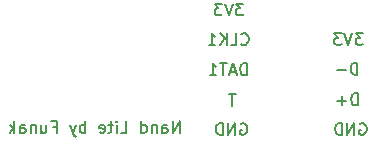
<source format=gbr>
G04 #@! TF.GenerationSoftware,KiCad,Pcbnew,(5.1.0)-1*
G04 #@! TF.CreationDate,2020-09-16T11:17:04+02:00*
G04 #@! TF.ProjectId,Nand Lite,4e616e64-204c-4697-9465-2e6b69636164,rev?*
G04 #@! TF.SameCoordinates,Original*
G04 #@! TF.FileFunction,Legend,Bot*
G04 #@! TF.FilePolarity,Positive*
%FSLAX46Y46*%
G04 Gerber Fmt 4.6, Leading zero omitted, Abs format (unit mm)*
G04 Created by KiCad (PCBNEW (5.1.0)-1) date 2020-09-16 11:17:04*
%MOMM*%
%LPD*%
G04 APERTURE LIST*
%ADD10C,0.150000*%
G04 APERTURE END LIST*
D10*
X31738626Y-81900020D02*
X31738626Y-80900020D01*
X31167198Y-81900020D01*
X31167198Y-80900020D01*
X30262436Y-81900020D02*
X30262436Y-81376211D01*
X30310055Y-81280973D01*
X30405293Y-81233354D01*
X30595769Y-81233354D01*
X30691007Y-81280973D01*
X30262436Y-81852401D02*
X30357674Y-81900020D01*
X30595769Y-81900020D01*
X30691007Y-81852401D01*
X30738626Y-81757163D01*
X30738626Y-81661925D01*
X30691007Y-81566687D01*
X30595769Y-81519068D01*
X30357674Y-81519068D01*
X30262436Y-81471449D01*
X29786245Y-81233354D02*
X29786245Y-81900020D01*
X29786245Y-81328592D02*
X29738626Y-81280973D01*
X29643388Y-81233354D01*
X29500531Y-81233354D01*
X29405293Y-81280973D01*
X29357674Y-81376211D01*
X29357674Y-81900020D01*
X28452912Y-81900020D02*
X28452912Y-80900020D01*
X28452912Y-81852401D02*
X28548150Y-81900020D01*
X28738626Y-81900020D01*
X28833864Y-81852401D01*
X28881483Y-81804782D01*
X28929102Y-81709544D01*
X28929102Y-81423830D01*
X28881483Y-81328592D01*
X28833864Y-81280973D01*
X28738626Y-81233354D01*
X28548150Y-81233354D01*
X28452912Y-81280973D01*
X26738626Y-81900020D02*
X27214817Y-81900020D01*
X27214817Y-80900020D01*
X26405293Y-81900020D02*
X26405293Y-81233354D01*
X26405293Y-80900020D02*
X26452912Y-80947640D01*
X26405293Y-80995259D01*
X26357674Y-80947640D01*
X26405293Y-80900020D01*
X26405293Y-80995259D01*
X26071960Y-81233354D02*
X25691007Y-81233354D01*
X25929102Y-80900020D02*
X25929102Y-81757163D01*
X25881483Y-81852401D01*
X25786245Y-81900020D01*
X25691007Y-81900020D01*
X24976721Y-81852401D02*
X25071960Y-81900020D01*
X25262436Y-81900020D01*
X25357674Y-81852401D01*
X25405293Y-81757163D01*
X25405293Y-81376211D01*
X25357674Y-81280973D01*
X25262436Y-81233354D01*
X25071960Y-81233354D01*
X24976721Y-81280973D01*
X24929102Y-81376211D01*
X24929102Y-81471449D01*
X25405293Y-81566687D01*
X23738626Y-81900020D02*
X23738626Y-80900020D01*
X23738626Y-81280973D02*
X23643388Y-81233354D01*
X23452912Y-81233354D01*
X23357674Y-81280973D01*
X23310055Y-81328592D01*
X23262436Y-81423830D01*
X23262436Y-81709544D01*
X23310055Y-81804782D01*
X23357674Y-81852401D01*
X23452912Y-81900020D01*
X23643388Y-81900020D01*
X23738626Y-81852401D01*
X22929102Y-81233354D02*
X22691007Y-81900020D01*
X22452912Y-81233354D02*
X22691007Y-81900020D01*
X22786245Y-82138116D01*
X22833864Y-82185735D01*
X22929102Y-82233354D01*
X20976721Y-81376211D02*
X21310055Y-81376211D01*
X21310055Y-81900020D02*
X21310055Y-80900020D01*
X20833864Y-80900020D01*
X20024340Y-81233354D02*
X20024340Y-81900020D01*
X20452912Y-81233354D02*
X20452912Y-81757163D01*
X20405293Y-81852401D01*
X20310055Y-81900020D01*
X20167198Y-81900020D01*
X20071960Y-81852401D01*
X20024340Y-81804782D01*
X19548150Y-81233354D02*
X19548150Y-81900020D01*
X19548150Y-81328592D02*
X19500531Y-81280973D01*
X19405293Y-81233354D01*
X19262436Y-81233354D01*
X19167198Y-81280973D01*
X19119579Y-81376211D01*
X19119579Y-81900020D01*
X18214817Y-81900020D02*
X18214817Y-81376211D01*
X18262436Y-81280973D01*
X18357674Y-81233354D01*
X18548150Y-81233354D01*
X18643388Y-81280973D01*
X18214817Y-81852401D02*
X18310055Y-81900020D01*
X18548150Y-81900020D01*
X18643388Y-81852401D01*
X18691007Y-81757163D01*
X18691007Y-81661925D01*
X18643388Y-81566687D01*
X18548150Y-81519068D01*
X18310055Y-81519068D01*
X18214817Y-81471449D01*
X17738626Y-81900020D02*
X17738626Y-80900020D01*
X17643388Y-81519068D02*
X17357674Y-81900020D01*
X17357674Y-81233354D02*
X17738626Y-81614306D01*
X46984824Y-81133060D02*
X47080062Y-81085440D01*
X47222920Y-81085440D01*
X47365777Y-81133060D01*
X47461015Y-81228298D01*
X47508634Y-81323536D01*
X47556253Y-81514012D01*
X47556253Y-81656869D01*
X47508634Y-81847345D01*
X47461015Y-81942583D01*
X47365777Y-82037821D01*
X47222920Y-82085440D01*
X47127681Y-82085440D01*
X46984824Y-82037821D01*
X46937205Y-81990202D01*
X46937205Y-81656869D01*
X47127681Y-81656869D01*
X46508634Y-82085440D02*
X46508634Y-81085440D01*
X45937205Y-82085440D01*
X45937205Y-81085440D01*
X45461015Y-82085440D02*
X45461015Y-81085440D01*
X45222920Y-81085440D01*
X45080062Y-81133060D01*
X44984824Y-81228298D01*
X44937205Y-81323536D01*
X44889586Y-81514012D01*
X44889586Y-81656869D01*
X44937205Y-81847345D01*
X44984824Y-81942583D01*
X45080062Y-82037821D01*
X45222920Y-82085440D01*
X45461015Y-82085440D01*
X46824472Y-79570840D02*
X46824472Y-78570840D01*
X46586377Y-78570840D01*
X46443520Y-78618460D01*
X46348281Y-78713698D01*
X46300662Y-78808936D01*
X46253043Y-78999412D01*
X46253043Y-79142269D01*
X46300662Y-79332745D01*
X46348281Y-79427983D01*
X46443520Y-79523221D01*
X46586377Y-79570840D01*
X46824472Y-79570840D01*
X45824472Y-79189888D02*
X45062567Y-79189888D01*
X45443520Y-79570840D02*
X45443520Y-78808936D01*
X46791452Y-76967340D02*
X46791452Y-75967340D01*
X46553357Y-75967340D01*
X46410500Y-76014960D01*
X46315261Y-76110198D01*
X46267642Y-76205436D01*
X46220023Y-76395912D01*
X46220023Y-76538769D01*
X46267642Y-76729245D01*
X46315261Y-76824483D01*
X46410500Y-76919721D01*
X46553357Y-76967340D01*
X46791452Y-76967340D01*
X45791452Y-76586388D02*
X45029547Y-76586388D01*
X47252735Y-73465440D02*
X46633687Y-73465440D01*
X46967020Y-73846393D01*
X46824163Y-73846393D01*
X46728925Y-73894012D01*
X46681306Y-73941631D01*
X46633687Y-74036869D01*
X46633687Y-74274964D01*
X46681306Y-74370202D01*
X46728925Y-74417821D01*
X46824163Y-74465440D01*
X47109878Y-74465440D01*
X47205116Y-74417821D01*
X47252735Y-74370202D01*
X46347973Y-73465440D02*
X46014640Y-74465440D01*
X45681306Y-73465440D01*
X45443211Y-73465440D02*
X44824163Y-73465440D01*
X45157497Y-73846393D01*
X45014640Y-73846393D01*
X44919401Y-73894012D01*
X44871782Y-73941631D01*
X44824163Y-74036869D01*
X44824163Y-74274964D01*
X44871782Y-74370202D01*
X44919401Y-74417821D01*
X45014640Y-74465440D01*
X45300354Y-74465440D01*
X45395592Y-74417821D01*
X45443211Y-74370202D01*
X37118135Y-70966080D02*
X36499087Y-70966080D01*
X36832420Y-71347033D01*
X36689563Y-71347033D01*
X36594325Y-71394652D01*
X36546706Y-71442271D01*
X36499087Y-71537509D01*
X36499087Y-71775604D01*
X36546706Y-71870842D01*
X36594325Y-71918461D01*
X36689563Y-71966080D01*
X36975278Y-71966080D01*
X37070516Y-71918461D01*
X37118135Y-71870842D01*
X36213373Y-70966080D02*
X35880040Y-71966080D01*
X35546706Y-70966080D01*
X35308611Y-70966080D02*
X34689563Y-70966080D01*
X35022897Y-71347033D01*
X34880040Y-71347033D01*
X34784801Y-71394652D01*
X34737182Y-71442271D01*
X34689563Y-71537509D01*
X34689563Y-71775604D01*
X34737182Y-71870842D01*
X34784801Y-71918461D01*
X34880040Y-71966080D01*
X35165754Y-71966080D01*
X35260992Y-71918461D01*
X35308611Y-71870842D01*
X36946388Y-74377822D02*
X36994007Y-74425441D01*
X37136864Y-74473060D01*
X37232102Y-74473060D01*
X37374960Y-74425441D01*
X37470198Y-74330203D01*
X37517817Y-74234965D01*
X37565436Y-74044489D01*
X37565436Y-73901632D01*
X37517817Y-73711156D01*
X37470198Y-73615918D01*
X37374960Y-73520680D01*
X37232102Y-73473060D01*
X37136864Y-73473060D01*
X36994007Y-73520680D01*
X36946388Y-73568299D01*
X36041626Y-74473060D02*
X36517817Y-74473060D01*
X36517817Y-73473060D01*
X35708293Y-74473060D02*
X35708293Y-73473060D01*
X35136864Y-74473060D02*
X35565436Y-73901632D01*
X35136864Y-73473060D02*
X35708293Y-74044489D01*
X34184483Y-74473060D02*
X34755912Y-74473060D01*
X34470198Y-74473060D02*
X34470198Y-73473060D01*
X34565436Y-73615918D01*
X34660674Y-73711156D01*
X34755912Y-73758775D01*
X37422579Y-77023220D02*
X37422579Y-76023220D01*
X37184483Y-76023220D01*
X37041626Y-76070840D01*
X36946388Y-76166078D01*
X36898769Y-76261316D01*
X36851150Y-76451792D01*
X36851150Y-76594649D01*
X36898769Y-76785125D01*
X36946388Y-76880363D01*
X37041626Y-76975601D01*
X37184483Y-77023220D01*
X37422579Y-77023220D01*
X36470198Y-76737506D02*
X35994007Y-76737506D01*
X36565436Y-77023220D02*
X36232102Y-76023220D01*
X35898769Y-77023220D01*
X35708293Y-76023220D02*
X35136864Y-76023220D01*
X35422579Y-77023220D02*
X35422579Y-76023220D01*
X34279721Y-77023220D02*
X34851150Y-77023220D01*
X34565436Y-77023220D02*
X34565436Y-76023220D01*
X34660674Y-76166078D01*
X34755912Y-76261316D01*
X34851150Y-76308935D01*
X36493414Y-78591160D02*
X35921985Y-78591160D01*
X36207700Y-79591160D02*
X36207700Y-78591160D01*
X36898484Y-81138140D02*
X36993722Y-81090520D01*
X37136580Y-81090520D01*
X37279437Y-81138140D01*
X37374675Y-81233378D01*
X37422294Y-81328616D01*
X37469913Y-81519092D01*
X37469913Y-81661949D01*
X37422294Y-81852425D01*
X37374675Y-81947663D01*
X37279437Y-82042901D01*
X37136580Y-82090520D01*
X37041341Y-82090520D01*
X36898484Y-82042901D01*
X36850865Y-81995282D01*
X36850865Y-81661949D01*
X37041341Y-81661949D01*
X36422294Y-82090520D02*
X36422294Y-81090520D01*
X35850865Y-82090520D01*
X35850865Y-81090520D01*
X35374675Y-82090520D02*
X35374675Y-81090520D01*
X35136580Y-81090520D01*
X34993722Y-81138140D01*
X34898484Y-81233378D01*
X34850865Y-81328616D01*
X34803246Y-81519092D01*
X34803246Y-81661949D01*
X34850865Y-81852425D01*
X34898484Y-81947663D01*
X34993722Y-82042901D01*
X35136580Y-82090520D01*
X35374675Y-82090520D01*
M02*

</source>
